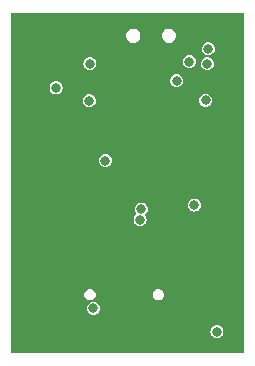
<source format=gbr>
%TF.GenerationSoftware,KiCad,Pcbnew,7.0.9-7.0.9~ubuntu22.04.1*%
%TF.CreationDate,2023-12-12T12:02:25+02:00*%
%TF.ProjectId,Haply_EE,4861706c-795f-4454-952e-6b696361645f,rev?*%
%TF.SameCoordinates,Original*%
%TF.FileFunction,Copper,L3,Inr*%
%TF.FilePolarity,Positive*%
%FSLAX46Y46*%
G04 Gerber Fmt 4.6, Leading zero omitted, Abs format (unit mm)*
G04 Created by KiCad (PCBNEW 7.0.9-7.0.9~ubuntu22.04.1) date 2023-12-12 12:02:25*
%MOMM*%
%LPD*%
G01*
G04 APERTURE LIST*
%TA.AperFunction,ViaPad*%
%ADD10C,0.800000*%
%TD*%
G04 APERTURE END LIST*
D10*
%TO.N,/SCL*%
X137108600Y-98614200D03*
%TO.N,GND*%
X138060000Y-115534500D03*
X131195200Y-115711400D03*
X130400800Y-111462900D03*
X134687700Y-107328600D03*
X138805700Y-95822100D03*
X126688400Y-111451000D03*
X122744500Y-95145000D03*
X131500000Y-107000000D03*
X134145700Y-98902900D03*
X129104100Y-99677200D03*
X122616100Y-118423000D03*
X129522400Y-103801300D03*
X136042100Y-102250000D03*
X139512200Y-119159000D03*
X133952500Y-115534500D03*
X127058400Y-120258100D03*
X125380200Y-98234900D03*
X137061600Y-120258100D03*
X124741800Y-122018400D03*
%TO.N,VCC*%
X130000000Y-107000000D03*
X129000000Y-119500000D03*
%TO.N,/3V3*%
X138500000Y-101900000D03*
X138712500Y-97534200D03*
%TO.N,/EN*%
X138630000Y-98804200D03*
%TO.N,/GPIO_0*%
X137539500Y-110753800D03*
%TO.N,/CH_TX*%
X125834500Y-100836800D03*
X132948900Y-111988800D03*
%TO.N,/CH_RX*%
X133042000Y-111086800D03*
%TO.N,/SDA*%
X128694300Y-98792500D03*
%TO.N,Net-(Q1-D)*%
X139448400Y-121485600D03*
%TO.N,Net-(C5-Pad1)*%
X128635500Y-101936800D03*
X136042100Y-100242800D03*
%TD*%
%TA.AperFunction,Conductor*%
%TO.N,GND*%
G36*
X141723066Y-94517813D02*
G01*
X141748376Y-94561650D01*
X141749500Y-94574500D01*
X141749500Y-123175500D01*
X141732187Y-123223066D01*
X141688350Y-123248376D01*
X141675500Y-123249500D01*
X122074500Y-123249500D01*
X122026934Y-123232187D01*
X122001624Y-123188350D01*
X122000500Y-123175500D01*
X122000500Y-121485600D01*
X138893150Y-121485600D01*
X138912069Y-121629308D01*
X138967538Y-121763223D01*
X138967539Y-121763225D01*
X139055779Y-121878221D01*
X139170775Y-121966461D01*
X139304691Y-122021930D01*
X139448400Y-122040850D01*
X139592109Y-122021930D01*
X139726025Y-121966461D01*
X139841021Y-121878221D01*
X139929261Y-121763225D01*
X139984730Y-121629309D01*
X140003650Y-121485600D01*
X139984730Y-121341891D01*
X139929261Y-121207975D01*
X139841021Y-121092979D01*
X139726025Y-121004739D01*
X139726023Y-121004738D01*
X139592108Y-120949269D01*
X139448400Y-120930350D01*
X139304691Y-120949269D01*
X139170776Y-121004738D01*
X139055779Y-121092979D01*
X138967538Y-121207976D01*
X138912069Y-121341891D01*
X138893150Y-121485600D01*
X122000500Y-121485600D01*
X122000500Y-119500000D01*
X128444750Y-119500000D01*
X128463669Y-119643708D01*
X128519138Y-119777623D01*
X128519139Y-119777625D01*
X128607379Y-119892621D01*
X128722375Y-119980861D01*
X128856291Y-120036330D01*
X129000000Y-120055250D01*
X129143709Y-120036330D01*
X129277625Y-119980861D01*
X129392621Y-119892621D01*
X129480861Y-119777625D01*
X129536330Y-119643709D01*
X129555250Y-119500000D01*
X129536330Y-119356291D01*
X129480861Y-119222375D01*
X129392621Y-119107379D01*
X129277625Y-119019139D01*
X129277623Y-119019138D01*
X129143708Y-118963669D01*
X129018919Y-118947240D01*
X129000000Y-118944750D01*
X128999999Y-118944750D01*
X128880743Y-118960450D01*
X128867534Y-118957521D01*
X128865976Y-118959264D01*
X128859346Y-118962404D01*
X128722375Y-119019139D01*
X128607379Y-119107379D01*
X128519138Y-119222376D01*
X128463669Y-119356291D01*
X128444750Y-119500000D01*
X122000500Y-119500000D01*
X122000500Y-118424369D01*
X128236500Y-118424369D01*
X128275021Y-118555560D01*
X128275022Y-118555561D01*
X128348945Y-118670589D01*
X128452282Y-118760130D01*
X128576658Y-118816931D01*
X128677989Y-118831500D01*
X128677995Y-118831500D01*
X128746005Y-118831500D01*
X128746011Y-118831500D01*
X128820497Y-118820790D01*
X128834776Y-118823778D01*
X128836915Y-118821444D01*
X128842549Y-118819175D01*
X128842528Y-118819129D01*
X128847340Y-118816931D01*
X128847342Y-118816931D01*
X128971718Y-118760130D01*
X129075055Y-118670589D01*
X129148978Y-118555561D01*
X129161818Y-118511829D01*
X129187500Y-118424369D01*
X134016500Y-118424369D01*
X134055021Y-118555560D01*
X134055022Y-118555561D01*
X134128945Y-118670589D01*
X134232282Y-118760130D01*
X134356658Y-118816931D01*
X134457989Y-118831500D01*
X134457995Y-118831500D01*
X134526005Y-118831500D01*
X134526011Y-118831500D01*
X134627342Y-118816931D01*
X134751718Y-118760130D01*
X134855055Y-118670589D01*
X134928978Y-118555561D01*
X134941818Y-118511829D01*
X134967500Y-118424369D01*
X134967500Y-118287630D01*
X134928978Y-118156439D01*
X134855055Y-118041411D01*
X134751718Y-117951870D01*
X134627342Y-117895069D01*
X134627340Y-117895068D01*
X134627339Y-117895068D01*
X134526015Y-117880500D01*
X134526011Y-117880500D01*
X134457989Y-117880500D01*
X134457984Y-117880500D01*
X134356660Y-117895068D01*
X134232280Y-117951871D01*
X134128942Y-118041414D01*
X134055023Y-118156437D01*
X134055021Y-118156439D01*
X134016500Y-118287630D01*
X134016500Y-118424369D01*
X129187500Y-118424369D01*
X129187500Y-118287630D01*
X129148978Y-118156439D01*
X129075055Y-118041411D01*
X128971718Y-117951870D01*
X128847342Y-117895069D01*
X128847340Y-117895068D01*
X128847339Y-117895068D01*
X128746015Y-117880500D01*
X128746011Y-117880500D01*
X128677989Y-117880500D01*
X128677984Y-117880500D01*
X128576660Y-117895068D01*
X128452280Y-117951871D01*
X128348942Y-118041414D01*
X128275023Y-118156437D01*
X128275021Y-118156439D01*
X128236500Y-118287630D01*
X128236500Y-118424369D01*
X122000500Y-118424369D01*
X122000500Y-111988800D01*
X132393650Y-111988800D01*
X132412569Y-112132508D01*
X132468038Y-112266423D01*
X132468039Y-112266425D01*
X132556279Y-112381421D01*
X132671275Y-112469661D01*
X132805191Y-112525130D01*
X132948900Y-112544050D01*
X133092609Y-112525130D01*
X133226525Y-112469661D01*
X133341521Y-112381421D01*
X133429761Y-112266425D01*
X133485230Y-112132509D01*
X133504150Y-111988800D01*
X133485230Y-111845091D01*
X133429761Y-111711175D01*
X133364680Y-111626360D01*
X133349459Y-111578087D01*
X133368830Y-111531321D01*
X133378338Y-111522608D01*
X133434621Y-111479421D01*
X133522861Y-111364425D01*
X133578330Y-111230509D01*
X133597250Y-111086800D01*
X133578330Y-110943091D01*
X133522861Y-110809175D01*
X133480370Y-110753800D01*
X136984250Y-110753800D01*
X137003169Y-110897508D01*
X137022050Y-110943091D01*
X137058639Y-111031425D01*
X137146879Y-111146421D01*
X137261875Y-111234661D01*
X137395791Y-111290130D01*
X137539500Y-111309050D01*
X137683209Y-111290130D01*
X137817125Y-111234661D01*
X137932121Y-111146421D01*
X138020361Y-111031425D01*
X138075830Y-110897509D01*
X138094750Y-110753800D01*
X138075830Y-110610091D01*
X138020361Y-110476175D01*
X137932121Y-110361179D01*
X137817125Y-110272939D01*
X137817123Y-110272938D01*
X137683208Y-110217469D01*
X137539500Y-110198550D01*
X137395791Y-110217469D01*
X137261876Y-110272938D01*
X137146879Y-110361179D01*
X137058638Y-110476176D01*
X137003169Y-110610091D01*
X136984250Y-110753800D01*
X133480370Y-110753800D01*
X133434621Y-110694179D01*
X133319625Y-110605939D01*
X133319623Y-110605938D01*
X133185708Y-110550469D01*
X133042000Y-110531550D01*
X132898291Y-110550469D01*
X132764376Y-110605938D01*
X132649379Y-110694179D01*
X132561138Y-110809176D01*
X132505669Y-110943091D01*
X132486750Y-111086800D01*
X132505669Y-111230508D01*
X132530365Y-111290130D01*
X132561139Y-111364425D01*
X132626218Y-111449237D01*
X132641440Y-111497512D01*
X132622069Y-111544278D01*
X132612560Y-111552992D01*
X132556280Y-111596178D01*
X132468038Y-111711176D01*
X132412569Y-111845091D01*
X132393650Y-111988800D01*
X122000500Y-111988800D01*
X122000500Y-107000000D01*
X129444750Y-107000000D01*
X129463669Y-107143708D01*
X129519138Y-107277623D01*
X129519139Y-107277625D01*
X129607379Y-107392621D01*
X129722375Y-107480861D01*
X129856291Y-107536330D01*
X130000000Y-107555250D01*
X130143709Y-107536330D01*
X130277625Y-107480861D01*
X130392621Y-107392621D01*
X130480861Y-107277625D01*
X130536330Y-107143709D01*
X130555250Y-107000000D01*
X130536330Y-106856291D01*
X130480861Y-106722375D01*
X130392621Y-106607379D01*
X130277625Y-106519139D01*
X130277623Y-106519138D01*
X130143708Y-106463669D01*
X130000000Y-106444750D01*
X129856291Y-106463669D01*
X129722376Y-106519138D01*
X129607379Y-106607379D01*
X129519138Y-106722376D01*
X129463669Y-106856291D01*
X129444750Y-107000000D01*
X122000500Y-107000000D01*
X122000500Y-101936800D01*
X128080250Y-101936800D01*
X128099169Y-102080508D01*
X128139395Y-102177623D01*
X128154639Y-102214425D01*
X128242879Y-102329421D01*
X128357875Y-102417661D01*
X128491791Y-102473130D01*
X128635500Y-102492050D01*
X128779209Y-102473130D01*
X128913125Y-102417661D01*
X129028121Y-102329421D01*
X129116361Y-102214425D01*
X129171830Y-102080509D01*
X129190750Y-101936800D01*
X129185905Y-101900000D01*
X137944750Y-101900000D01*
X137963669Y-102043708D01*
X138019138Y-102177623D01*
X138019139Y-102177625D01*
X138107379Y-102292621D01*
X138222375Y-102380861D01*
X138356291Y-102436330D01*
X138500000Y-102455250D01*
X138643709Y-102436330D01*
X138777625Y-102380861D01*
X138892621Y-102292621D01*
X138980861Y-102177625D01*
X139036330Y-102043709D01*
X139055250Y-101900000D01*
X139036330Y-101756291D01*
X138980861Y-101622375D01*
X138892621Y-101507379D01*
X138777625Y-101419139D01*
X138777623Y-101419138D01*
X138643708Y-101363669D01*
X138500000Y-101344750D01*
X138356291Y-101363669D01*
X138222376Y-101419138D01*
X138107379Y-101507379D01*
X138019138Y-101622376D01*
X137963669Y-101756291D01*
X137944750Y-101900000D01*
X129185905Y-101900000D01*
X129171830Y-101793091D01*
X129116361Y-101659175D01*
X129028121Y-101544179D01*
X128913125Y-101455939D01*
X128913123Y-101455938D01*
X128779208Y-101400469D01*
X128635500Y-101381550D01*
X128491791Y-101400469D01*
X128357876Y-101455938D01*
X128242879Y-101544179D01*
X128154638Y-101659176D01*
X128099169Y-101793091D01*
X128080250Y-101936800D01*
X122000500Y-101936800D01*
X122000500Y-100836800D01*
X125279250Y-100836800D01*
X125298169Y-100980508D01*
X125353638Y-101114423D01*
X125353639Y-101114425D01*
X125441879Y-101229421D01*
X125556875Y-101317661D01*
X125690791Y-101373130D01*
X125834500Y-101392050D01*
X125978209Y-101373130D01*
X126112125Y-101317661D01*
X126227121Y-101229421D01*
X126315361Y-101114425D01*
X126370830Y-100980509D01*
X126389750Y-100836800D01*
X126370830Y-100693091D01*
X126315361Y-100559175D01*
X126227121Y-100444179D01*
X126112125Y-100355939D01*
X126112123Y-100355938D01*
X125978208Y-100300469D01*
X125834500Y-100281550D01*
X125690791Y-100300469D01*
X125556876Y-100355938D01*
X125441879Y-100444179D01*
X125353638Y-100559176D01*
X125298169Y-100693091D01*
X125279250Y-100836800D01*
X122000500Y-100836800D01*
X122000500Y-100242800D01*
X135486850Y-100242800D01*
X135505769Y-100386508D01*
X135529657Y-100444179D01*
X135561239Y-100520425D01*
X135649479Y-100635421D01*
X135764475Y-100723661D01*
X135898391Y-100779130D01*
X136042100Y-100798050D01*
X136185809Y-100779130D01*
X136319725Y-100723661D01*
X136434721Y-100635421D01*
X136522961Y-100520425D01*
X136578430Y-100386509D01*
X136597350Y-100242800D01*
X136578430Y-100099091D01*
X136522961Y-99965175D01*
X136434721Y-99850179D01*
X136319725Y-99761939D01*
X136319723Y-99761938D01*
X136185808Y-99706469D01*
X136042100Y-99687550D01*
X135898391Y-99706469D01*
X135764476Y-99761938D01*
X135649479Y-99850179D01*
X135561238Y-99965176D01*
X135505769Y-100099091D01*
X135486850Y-100242800D01*
X122000500Y-100242800D01*
X122000500Y-98792500D01*
X128139050Y-98792500D01*
X128157969Y-98936208D01*
X128187218Y-99006821D01*
X128213439Y-99070125D01*
X128301679Y-99185121D01*
X128416675Y-99273361D01*
X128550591Y-99328830D01*
X128694300Y-99347750D01*
X128838009Y-99328830D01*
X128971925Y-99273361D01*
X129086921Y-99185121D01*
X129175161Y-99070125D01*
X129230630Y-98936209D01*
X129249550Y-98792500D01*
X129230630Y-98648791D01*
X129216302Y-98614200D01*
X136553350Y-98614200D01*
X136572269Y-98757908D01*
X136591444Y-98804200D01*
X136627739Y-98891825D01*
X136715979Y-99006821D01*
X136830975Y-99095061D01*
X136964891Y-99150530D01*
X137108600Y-99169450D01*
X137252309Y-99150530D01*
X137386225Y-99095061D01*
X137501221Y-99006821D01*
X137589461Y-98891825D01*
X137625756Y-98804200D01*
X138074750Y-98804200D01*
X138093669Y-98947908D01*
X138144292Y-99070123D01*
X138149139Y-99081825D01*
X138237379Y-99196821D01*
X138352375Y-99285061D01*
X138486291Y-99340530D01*
X138630000Y-99359450D01*
X138773709Y-99340530D01*
X138907625Y-99285061D01*
X139022621Y-99196821D01*
X139110861Y-99081825D01*
X139166330Y-98947909D01*
X139185250Y-98804200D01*
X139166330Y-98660491D01*
X139110861Y-98526575D01*
X139022621Y-98411579D01*
X138907625Y-98323339D01*
X138907623Y-98323338D01*
X138773708Y-98267869D01*
X138630000Y-98248950D01*
X138486291Y-98267869D01*
X138352376Y-98323338D01*
X138237379Y-98411579D01*
X138149138Y-98526576D01*
X138093669Y-98660491D01*
X138074750Y-98804200D01*
X137625756Y-98804200D01*
X137644930Y-98757909D01*
X137663850Y-98614200D01*
X137644930Y-98470491D01*
X137589461Y-98336575D01*
X137501221Y-98221579D01*
X137386225Y-98133339D01*
X137386223Y-98133338D01*
X137252308Y-98077869D01*
X137108600Y-98058950D01*
X136964891Y-98077869D01*
X136830976Y-98133338D01*
X136715979Y-98221579D01*
X136627738Y-98336576D01*
X136572269Y-98470491D01*
X136553350Y-98614200D01*
X129216302Y-98614200D01*
X129175161Y-98514875D01*
X129086921Y-98399879D01*
X128971925Y-98311639D01*
X128971923Y-98311638D01*
X128838008Y-98256169D01*
X128694300Y-98237250D01*
X128550591Y-98256169D01*
X128416676Y-98311638D01*
X128301679Y-98399879D01*
X128213438Y-98514876D01*
X128157969Y-98648791D01*
X128139050Y-98792500D01*
X122000500Y-98792500D01*
X122000500Y-97534200D01*
X138157250Y-97534200D01*
X138176169Y-97677908D01*
X138231638Y-97811823D01*
X138231639Y-97811825D01*
X138319879Y-97926821D01*
X138434875Y-98015061D01*
X138568791Y-98070530D01*
X138712500Y-98089450D01*
X138856209Y-98070530D01*
X138990125Y-98015061D01*
X139105121Y-97926821D01*
X139193361Y-97811825D01*
X139248830Y-97677909D01*
X139267750Y-97534200D01*
X139248830Y-97390491D01*
X139193361Y-97256575D01*
X139105121Y-97141579D01*
X138990125Y-97053339D01*
X138990123Y-97053338D01*
X138856208Y-96997869D01*
X138712500Y-96978950D01*
X138568791Y-96997869D01*
X138434876Y-97053338D01*
X138319879Y-97141579D01*
X138231638Y-97256576D01*
X138176169Y-97390491D01*
X138157250Y-97534200D01*
X122000500Y-97534200D01*
X122000500Y-96415000D01*
X131769318Y-96415000D01*
X131789955Y-96571760D01*
X131789955Y-96571761D01*
X131850464Y-96717841D01*
X131946715Y-96843279D01*
X131946720Y-96843284D01*
X132030345Y-96907451D01*
X132072159Y-96939536D01*
X132218238Y-97000044D01*
X132335639Y-97015500D01*
X132335641Y-97015500D01*
X132414359Y-97015500D01*
X132414361Y-97015500D01*
X132531762Y-97000044D01*
X132677841Y-96939536D01*
X132803282Y-96843282D01*
X132899536Y-96717841D01*
X132960044Y-96571762D01*
X132980682Y-96415000D01*
X134769318Y-96415000D01*
X134789955Y-96571760D01*
X134789955Y-96571761D01*
X134850464Y-96717841D01*
X134946715Y-96843279D01*
X134946720Y-96843284D01*
X135030345Y-96907451D01*
X135072159Y-96939536D01*
X135218238Y-97000044D01*
X135335639Y-97015500D01*
X135335641Y-97015500D01*
X135414359Y-97015500D01*
X135414361Y-97015500D01*
X135531762Y-97000044D01*
X135677841Y-96939536D01*
X135803282Y-96843282D01*
X135899536Y-96717841D01*
X135960044Y-96571762D01*
X135980682Y-96415000D01*
X135960044Y-96258238D01*
X135899536Y-96112159D01*
X135803282Y-95986718D01*
X135803279Y-95986715D01*
X135677841Y-95890464D01*
X135531761Y-95829955D01*
X135441675Y-95818095D01*
X135414361Y-95814500D01*
X135335639Y-95814500D01*
X135311171Y-95817721D01*
X135218238Y-95829955D01*
X135072158Y-95890464D01*
X134946720Y-95986715D01*
X134946715Y-95986720D01*
X134850464Y-96112158D01*
X134789955Y-96258238D01*
X134789955Y-96258239D01*
X134769318Y-96415000D01*
X132980682Y-96415000D01*
X132960044Y-96258238D01*
X132899536Y-96112159D01*
X132803282Y-95986718D01*
X132803279Y-95986715D01*
X132677841Y-95890464D01*
X132531761Y-95829955D01*
X132441675Y-95818095D01*
X132414361Y-95814500D01*
X132335639Y-95814500D01*
X132311171Y-95817721D01*
X132218238Y-95829955D01*
X132072158Y-95890464D01*
X131946720Y-95986715D01*
X131946715Y-95986720D01*
X131850464Y-96112158D01*
X131789955Y-96258238D01*
X131789955Y-96258239D01*
X131769318Y-96415000D01*
X122000500Y-96415000D01*
X122000500Y-94574500D01*
X122017813Y-94526934D01*
X122061650Y-94501624D01*
X122074500Y-94500500D01*
X122249901Y-94500500D01*
X141675500Y-94500500D01*
X141723066Y-94517813D01*
G37*
%TD.AperFunction*%
%TD*%
M02*

</source>
